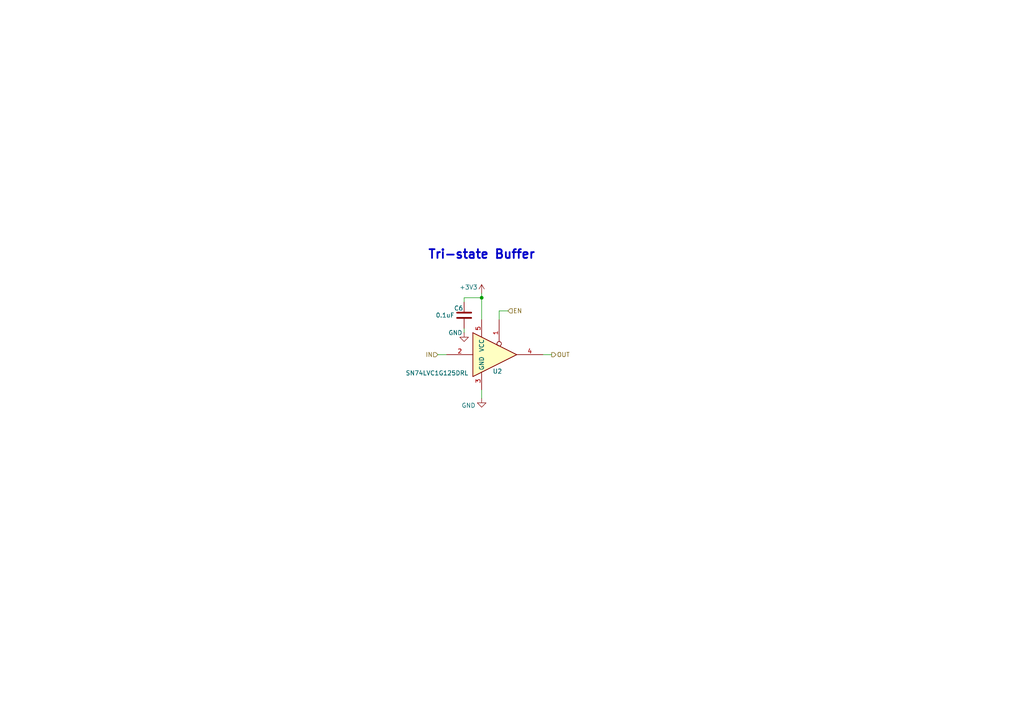
<source format=kicad_sch>
(kicad_sch (version 20250114) (generator "eeschema") (generator_version "9.0")
  (paper "A4")
  (lib_symbols
    (symbol "74xGxx:SN74LVC1G125DRL"
      (property "Reference" "U" (at -10.16 7.62 0))
      (property "Value" "SN74LVC1G125DRL" (at 2.54 -7.62 0))
      (symbol "SN74LVC1G125DRL_0_1"
        (polyline (pts (xy -7.62 6.35) (xy -7.62 -6.35) (xy 5.08 0) (xy -7.62 6.35)) (stroke (width 0.254)) (fill (type background)))
      )
      (symbol "SN74LVC1G125DRL_1_1"
        (pin input line (at -15.24 0 0) (length 7.62) (name "~") (number "2"))
        (pin power_in line (at -5.08 10.16 270) (length 5.08) (name "VCC") (number "5"))
        (pin power_in line (at -5.08 -10.16 90) (length 5.08) (name "GND") (number "3"))
        (pin input inverted (at 0 10.16 270) (length 7.62) (name "~") (number "1"))
        (pin tri_state line (at 12.7 0 180) (length 7.62) (name "~") (number "4"))
      )
    )
    (symbol "Device:C" (pin_numbers (hide yes)) (pin_names (offset 0.254))
      (property "Reference" "C" (at 0.635 2.54 0))
      (property "Value" "C" (at 0.635 -2.54 0))
      (symbol "C_0_1"
        (polyline (pts (xy -2.032 0.762) (xy 2.032 0.762)) (stroke (width 0.508)))
        (polyline (pts (xy -2.032 -0.762) (xy 2.032 -0.762)) (stroke (width 0.508)))
      )
      (symbol "C_1_1"
        (pin passive line (at 0 3.81 270) (length 2.794) (name "~") (number "1"))
        (pin passive line (at 0 -3.81 90) (length 2.794) (name "~") (number "2"))
      )
    )
    (symbol "power:+3V3" (power) (pin_numbers (hide yes)) (pin_names (offset 0) (hide yes))
      (property "Value" "+3V3" (at 0 3.556 0))
      (symbol "+3V3_0_1"
        (polyline (pts (xy -0.762 1.27) (xy 0 2.54)))
        (polyline (pts (xy 0 2.54) (xy 0.762 1.27)))
        (polyline (pts (xy 0 0) (xy 0 2.54)))
      )
      (symbol "+3V3_1_1"
        (pin power_in line (at 0 0 90) (length 0) (name "~") (number "1"))
      )
    )
    (symbol "power:GND" (power) (pin_numbers (hide yes)) (pin_names (offset 0) (hide yes))
      (property "Value" "GND" (at 0 -3.81 0))
      (symbol "GND_0_1"
        (polyline (pts (xy 0 0) (xy 0 -1.27) (xy 1.27 -1.27) (xy 0 -2.54) (xy -1.27 -1.27) (xy 0 -1.27)))
      )
      (symbol "GND_1_1"
        (pin power_in line (at 0 0 270) (length 0) (name "~") (number "1"))
      )
    )
  )
  (text "Tri-state Buffer" (at 139.7 73.914 0) (effects (font (size 2.54 2.54) (thickness 0.508) (bold yes))))
  (junction (at 139.7 86.36))
  (wire (pts (xy 144.78 92.71) (xy 144.78 90.17)))
  (wire (pts (xy 139.7 85.09) (xy 139.7 86.36)))
  (wire (pts (xy 144.78 90.17) (xy 147.32 90.17)))
  (wire (pts (xy 134.62 87.63) (xy 134.62 86.36)))
  (wire (pts (xy 139.7 113.03) (xy 139.7 115.57)))
  (wire (pts (xy 139.7 86.36) (xy 134.62 86.36)))
  (wire (pts (xy 139.7 86.36) (xy 139.7 92.71)))
  (wire (pts (xy 134.62 96.52) (xy 134.62 95.25)))
  (wire (pts (xy 160.02 102.87) (xy 157.48 102.87)))
  (wire (pts (xy 129.54 102.87) (xy 127 102.87)))
  (hierarchical_label "EN" (shape input) (at 147.32 90.17 0))
  (hierarchical_label "IN" (shape input) (at 127 102.87 180))
  (hierarchical_label "OUT" (shape output) (at 160.02 102.87 0))
  (symbol (lib_id "power:GND") (at 139.7 115.57 0) (mirror y) (unit 1)
    (property "Reference" "#PWR0102" (effects (hide yes)))
    (property "Value" "GND" (at 135.89 117.602 0))
    (property "Description" "Power symbol creates a global label with name \"GND\" , ground" (effects (hide yes)))
  )
  (symbol (lib_id "74xGxx:SN74LVC1G125DRL") (at 144.78 102.87 0) (unit 1)
    (property "Reference" "U2" (at 144.272 107.696 0))
    (property "Value" "SN74LVC1G125DRL" (at 126.746 108.204 0))
    (property "Footprint" "Package_TO_SOT_SMD:Texas_R-PDSO-N5_DRL-5" (effects (hide yes)))
    (property "Datasheet" "http://www.ti.com/lit/ds/symlink/sn74lvc1g125.pdf" (effects (hide yes)))
    (property "Description" "Single Buffer Gate Tri-State, Low-Voltage CMOS, SOT-553" (effects (hide yes)))
  )
  (symbol (lib_id "power:GND") (at 134.62 96.52 0) (mirror y) (unit 1)
    (property "Reference" "#PWR0103" (effects (hide yes)))
    (property "Value" "GND" (at 132.08 96.52 0))
    (property "Description" "Power symbol creates a global label with name \"GND\" , ground" (effects (hide yes)))
  )
  (symbol (lib_id "Device:C") (at 134.62 91.44 0) (mirror y) (unit 1)
    (property "Reference" "C6" (at 134.366 89.408 0) (effects (justify left)))
    (property "Value" "0.1uF" (at 131.826 91.44 0) (effects (justify left)))
    (property "Footprint" "Capacitor_SMD:C_0805_2012Metric" (effects (hide yes)))
    (property "Description" "Unpolarized capacitor" (effects (hide yes)))
  )
  (symbol (lib_id "power:+3V3") (at 139.7 85.09 0) (unit 1)
    (property "Reference" "#PWR0101" (effects (hide yes)))
    (property "Value" "+3V3" (at 135.89 83.312 0))
    (property "Description" "Power symbol creates a global label with name \"+3V3\"" (effects (hide yes)))
  )
)
</source>
